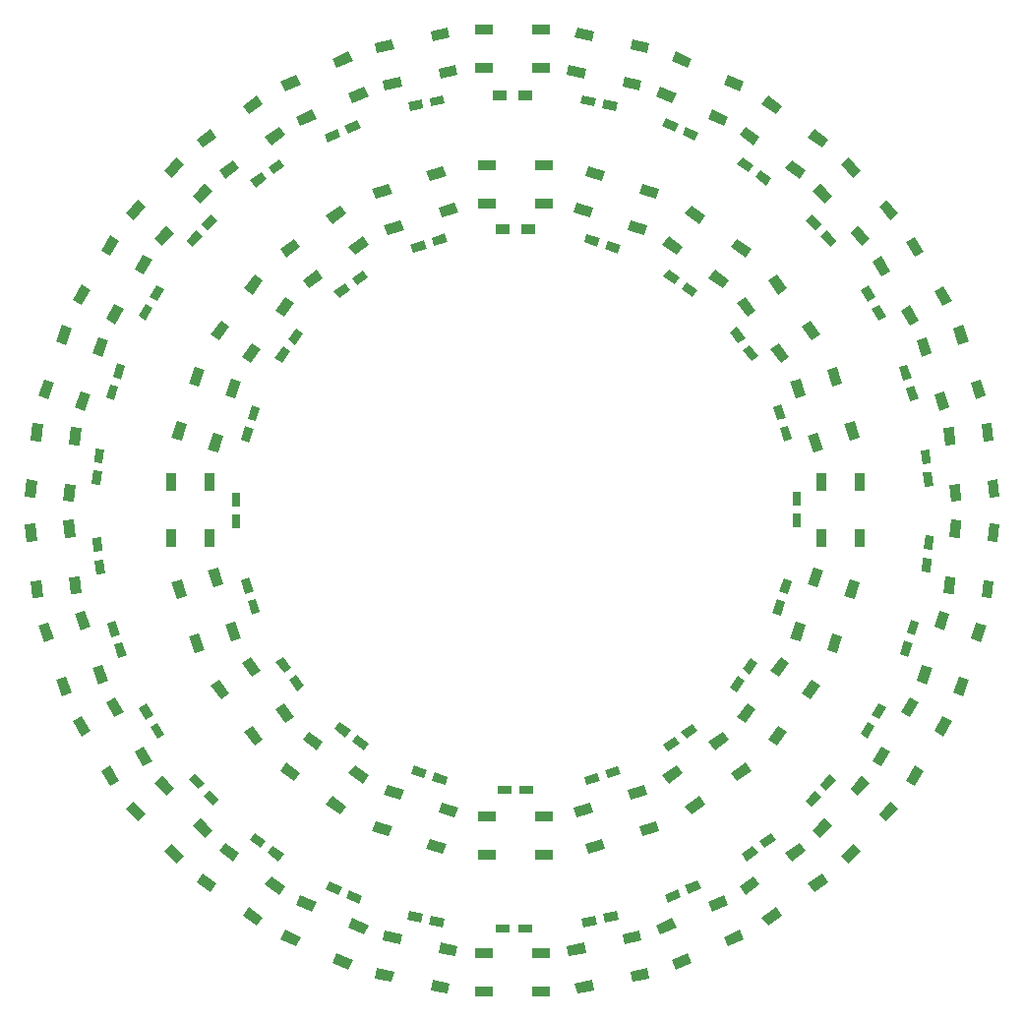
<source format=gtp>
G04 #@! TF.FileFunction,Paste,Top*
%FSLAX46Y46*%
G04 Gerber Fmt 4.6, Leading zero omitted, Abs format (unit mm)*
G04 Created by KiCad (PCBNEW 4.0.1-stable) date 1/15/2016 5:52:31 PM*
%MOMM*%
G01*
G04 APERTURE LIST*
%ADD10C,0.100000*%
%ADD11R,1.200000X0.750000*%
%ADD12R,1.200000X0.900000*%
%ADD13R,1.500000X0.900000*%
%ADD14R,0.750000X1.200000*%
%ADD15R,0.900000X1.500000*%
G04 APERTURE END LIST*
D10*
G36*
X171878473Y-118607201D02*
X172435832Y-119109049D01*
X171632875Y-120000823D01*
X171075516Y-119498975D01*
X171878473Y-118607201D01*
X171878473Y-118607201D01*
G37*
G36*
X170607125Y-120019177D02*
X171164484Y-120521025D01*
X170361527Y-121412799D01*
X169804168Y-120910951D01*
X170607125Y-120019177D01*
X170607125Y-120019177D01*
G37*
G36*
X150475905Y-60874542D02*
X150631838Y-60140932D01*
X151805615Y-60390426D01*
X151649682Y-61124036D01*
X150475905Y-60874542D01*
X150475905Y-60874542D01*
G37*
G36*
X152334385Y-61269574D02*
X152490318Y-60535964D01*
X153664095Y-60785458D01*
X153508162Y-61519068D01*
X152334385Y-61269574D01*
X152334385Y-61269574D01*
G37*
G36*
X157481478Y-62782138D02*
X157786531Y-62096978D01*
X158882786Y-62585062D01*
X158577733Y-63270222D01*
X157481478Y-62782138D01*
X157481478Y-62782138D01*
G37*
G36*
X159217214Y-63554938D02*
X159522267Y-62869778D01*
X160618522Y-63357862D01*
X160313469Y-64043022D01*
X159217214Y-63554938D01*
X159217214Y-63554938D01*
G37*
G36*
X163945604Y-66092314D02*
X164386443Y-65485551D01*
X165357264Y-66190894D01*
X164916425Y-66797657D01*
X163945604Y-66092314D01*
X163945604Y-66092314D01*
G37*
G36*
X165482736Y-67209106D02*
X165923575Y-66602343D01*
X166894396Y-67307686D01*
X166453557Y-67914449D01*
X165482736Y-67209106D01*
X165482736Y-67209106D01*
G37*
G36*
X169864168Y-70889049D02*
X170421527Y-70387201D01*
X171224484Y-71278975D01*
X170667125Y-71780823D01*
X169864168Y-70889049D01*
X169864168Y-70889049D01*
G37*
G36*
X171135516Y-72301025D02*
X171692875Y-71799177D01*
X172495832Y-72690951D01*
X171938473Y-73192799D01*
X171135516Y-72301025D01*
X171135516Y-72301025D01*
G37*
G36*
X174590240Y-76895161D02*
X175239760Y-76520161D01*
X175839760Y-77559391D01*
X175190240Y-77934391D01*
X174590240Y-76895161D01*
X174590240Y-76895161D01*
G37*
G36*
X175540240Y-78540609D02*
X176189760Y-78165609D01*
X176789760Y-79204839D01*
X176140240Y-79579839D01*
X175540240Y-78540609D01*
X175540240Y-78540609D01*
G37*
G36*
X177884378Y-83561743D02*
X178597670Y-83329981D01*
X178968490Y-84471249D01*
X178255198Y-84703011D01*
X177884378Y-83561743D01*
X177884378Y-83561743D01*
G37*
G36*
X178471510Y-85368751D02*
X179184802Y-85136989D01*
X179555622Y-86278257D01*
X178842330Y-86510019D01*
X178471510Y-85368751D01*
X178471510Y-85368751D01*
G37*
G36*
X179755035Y-90737689D02*
X180500927Y-90659293D01*
X180626361Y-91852719D01*
X179880469Y-91931115D01*
X179755035Y-90737689D01*
X179755035Y-90737689D01*
G37*
G36*
X179953639Y-92627281D02*
X180699531Y-92548885D01*
X180824965Y-93742311D01*
X180079073Y-93820707D01*
X179953639Y-92627281D01*
X179953639Y-92627281D01*
G37*
G36*
X180129073Y-98039293D02*
X180874965Y-98117689D01*
X180749531Y-99311115D01*
X180003639Y-99232719D01*
X180129073Y-98039293D01*
X180129073Y-98039293D01*
G37*
G36*
X179930469Y-99928885D02*
X180676361Y-100007281D01*
X180550927Y-101200707D01*
X179805035Y-101122311D01*
X179930469Y-99928885D01*
X179930469Y-99928885D01*
G37*
G36*
X178902330Y-105289981D02*
X179615622Y-105521743D01*
X179244802Y-106663011D01*
X178531510Y-106431249D01*
X178902330Y-105289981D01*
X178902330Y-105289981D01*
G37*
G36*
X178315198Y-107096989D02*
X179028490Y-107328751D01*
X178657670Y-108470019D01*
X177944378Y-108238257D01*
X178315198Y-107096989D01*
X178315198Y-107096989D01*
G37*
G36*
X176100240Y-112450161D02*
X176749760Y-112825161D01*
X176149760Y-113864391D01*
X175500240Y-113489391D01*
X176100240Y-112450161D01*
X176100240Y-112450161D01*
G37*
G36*
X175150240Y-114095609D02*
X175799760Y-114470609D01*
X175199760Y-115509839D01*
X174550240Y-115134839D01*
X175150240Y-114095609D01*
X175150240Y-114095609D01*
G37*
G36*
X166843557Y-123655551D02*
X167284396Y-124262314D01*
X166313575Y-124967657D01*
X165872736Y-124360894D01*
X166843557Y-123655551D01*
X166843557Y-123655551D01*
G37*
G36*
X165306425Y-124772343D02*
X165747264Y-125379106D01*
X164776443Y-126084449D01*
X164335604Y-125477686D01*
X165306425Y-124772343D01*
X165306425Y-124772343D01*
G37*
G36*
X160533469Y-127696978D02*
X160838522Y-128382138D01*
X159742267Y-128870222D01*
X159437214Y-128185062D01*
X160533469Y-127696978D01*
X160533469Y-127696978D01*
G37*
G36*
X158797733Y-128469778D02*
X159102786Y-129154938D01*
X158006531Y-129643022D01*
X157701478Y-128957862D01*
X158797733Y-128469778D01*
X158797733Y-128469778D01*
G37*
G36*
X153558162Y-130380932D02*
X153714095Y-131114542D01*
X152540318Y-131364036D01*
X152384385Y-130630426D01*
X153558162Y-130380932D01*
X153558162Y-130380932D01*
G37*
G36*
X151699682Y-130775964D02*
X151855615Y-131509574D01*
X150681838Y-131759068D01*
X150525905Y-131025458D01*
X151699682Y-130775964D01*
X151699682Y-130775964D01*
G37*
D11*
X145700000Y-131860000D03*
X143800000Y-131860000D03*
D10*
G36*
X138744095Y-131025458D02*
X138588162Y-131759068D01*
X137414385Y-131509574D01*
X137570318Y-130775964D01*
X138744095Y-131025458D01*
X138744095Y-131025458D01*
G37*
G36*
X136885615Y-130630426D02*
X136729682Y-131364036D01*
X135555905Y-131114542D01*
X135711838Y-130380932D01*
X136885615Y-130630426D01*
X136885615Y-130630426D01*
G37*
G36*
X131668522Y-129067862D02*
X131363469Y-129753022D01*
X130267214Y-129264938D01*
X130572267Y-128579778D01*
X131668522Y-129067862D01*
X131668522Y-129067862D01*
G37*
G36*
X129932786Y-128295062D02*
X129627733Y-128980222D01*
X128531478Y-128492138D01*
X128836531Y-127806978D01*
X129932786Y-128295062D01*
X129932786Y-128295062D01*
G37*
G36*
X124934396Y-125477686D02*
X124493557Y-126084449D01*
X123522736Y-125379106D01*
X123963575Y-124772343D01*
X124934396Y-125477686D01*
X124934396Y-125477686D01*
G37*
G36*
X123397264Y-124360894D02*
X122956425Y-124967657D01*
X121985604Y-124262314D01*
X122426443Y-123655551D01*
X123397264Y-124360894D01*
X123397264Y-124360894D01*
G37*
G36*
X119345832Y-120800951D02*
X118788473Y-121302799D01*
X117985516Y-120411025D01*
X118542875Y-119909177D01*
X119345832Y-120800951D01*
X119345832Y-120800951D01*
G37*
G36*
X118074484Y-119388975D02*
X117517125Y-119890823D01*
X116714168Y-118999049D01*
X117271527Y-118497201D01*
X118074484Y-119388975D01*
X118074484Y-119388975D01*
G37*
G36*
X114659760Y-115184839D02*
X114010240Y-115559839D01*
X113410240Y-114520609D01*
X114059760Y-114145609D01*
X114659760Y-115184839D01*
X114659760Y-115184839D01*
G37*
G36*
X113709760Y-113539391D02*
X113060240Y-113914391D01*
X112460240Y-112875161D01*
X113109760Y-112500161D01*
X113709760Y-113539391D01*
X113709760Y-113539391D01*
G37*
G36*
X111385622Y-108348257D02*
X110672330Y-108580019D01*
X110301510Y-107438751D01*
X111014802Y-107206989D01*
X111385622Y-108348257D01*
X111385622Y-108348257D01*
G37*
G36*
X110798490Y-106541249D02*
X110085198Y-106773011D01*
X109714378Y-105631743D01*
X110427670Y-105399981D01*
X110798490Y-106541249D01*
X110798490Y-106541249D01*
G37*
G36*
X109514965Y-101282311D02*
X108769073Y-101360707D01*
X108643639Y-100167281D01*
X109389531Y-100088885D01*
X109514965Y-101282311D01*
X109514965Y-101282311D01*
G37*
G36*
X109316361Y-99392719D02*
X108570469Y-99471115D01*
X108445035Y-98277689D01*
X109190927Y-98199293D01*
X109316361Y-99392719D01*
X109316361Y-99392719D01*
G37*
G36*
X109140927Y-93710707D02*
X108395035Y-93632311D01*
X108520469Y-92438885D01*
X109266361Y-92517281D01*
X109140927Y-93710707D01*
X109140927Y-93710707D01*
G37*
G36*
X109339531Y-91821115D02*
X108593639Y-91742719D01*
X108719073Y-90549293D01*
X109464965Y-90627689D01*
X109339531Y-91821115D01*
X109339531Y-91821115D01*
G37*
G36*
X110317670Y-86400019D02*
X109604378Y-86168257D01*
X109975198Y-85026989D01*
X110688490Y-85258751D01*
X110317670Y-86400019D01*
X110317670Y-86400019D01*
G37*
G36*
X110904802Y-84593011D02*
X110191510Y-84361249D01*
X110562330Y-83219981D01*
X111275622Y-83451743D01*
X110904802Y-84593011D01*
X110904802Y-84593011D01*
G37*
G36*
X113059760Y-79519839D02*
X112410240Y-79144839D01*
X113010240Y-78105609D01*
X113659760Y-78480609D01*
X113059760Y-79519839D01*
X113059760Y-79519839D01*
G37*
G36*
X114009760Y-77874391D02*
X113360240Y-77499391D01*
X113960240Y-76460161D01*
X114609760Y-76835161D01*
X114009760Y-77874391D01*
X114009760Y-77874391D01*
G37*
G36*
X117111527Y-73192799D02*
X116554168Y-72690951D01*
X117357125Y-71799177D01*
X117914484Y-72301025D01*
X117111527Y-73192799D01*
X117111527Y-73192799D01*
G37*
G36*
X118382875Y-71780823D02*
X117825516Y-71278975D01*
X118628473Y-70387201D01*
X119185832Y-70889049D01*
X118382875Y-71780823D01*
X118382875Y-71780823D01*
G37*
G36*
X122476443Y-68084449D02*
X122035604Y-67477686D01*
X123006425Y-66772343D01*
X123447264Y-67379106D01*
X122476443Y-68084449D01*
X122476443Y-68084449D01*
G37*
G36*
X124013575Y-66967657D02*
X123572736Y-66360894D01*
X124543557Y-65655551D01*
X124984396Y-66262314D01*
X124013575Y-66967657D01*
X124013575Y-66967657D01*
G37*
G36*
X128726531Y-64213022D02*
X128421478Y-63527862D01*
X129517733Y-63039778D01*
X129822786Y-63724938D01*
X128726531Y-64213022D01*
X128726531Y-64213022D01*
G37*
G36*
X130462267Y-63440222D02*
X130157214Y-62755062D01*
X131253469Y-62266978D01*
X131558522Y-62952138D01*
X130462267Y-63440222D01*
X130462267Y-63440222D01*
G37*
G36*
X135761838Y-61519068D02*
X135605905Y-60785458D01*
X136779682Y-60535964D01*
X136935615Y-61269574D01*
X135761838Y-61519068D01*
X135761838Y-61519068D01*
G37*
G36*
X137620318Y-61124036D02*
X137464385Y-60390426D01*
X138638162Y-60140932D01*
X138794095Y-60874542D01*
X137620318Y-61124036D01*
X137620318Y-61124036D01*
G37*
D12*
X143480000Y-60160000D03*
X145680000Y-60160000D03*
D10*
G36*
X137743357Y-55502773D02*
X137556236Y-54622440D01*
X139023457Y-54310573D01*
X139210578Y-55190906D01*
X137743357Y-55502773D01*
X137743357Y-55502773D01*
G37*
G36*
X138429466Y-58730660D02*
X138242345Y-57850327D01*
X139709566Y-57538460D01*
X139896687Y-58418793D01*
X138429466Y-58730660D01*
X138429466Y-58730660D01*
G37*
G36*
X132950434Y-56521540D02*
X132763313Y-55641207D01*
X134230534Y-55329340D01*
X134417655Y-56209673D01*
X132950434Y-56521540D01*
X132950434Y-56521540D01*
G37*
G36*
X133636543Y-59749427D02*
X133449422Y-58869094D01*
X134916643Y-58557227D01*
X135103764Y-59437560D01*
X133636543Y-59749427D01*
X133636543Y-59749427D01*
G37*
G36*
X129494943Y-57812293D02*
X129128880Y-56990102D01*
X130499199Y-56379997D01*
X130865262Y-57202188D01*
X129494943Y-57812293D01*
X129494943Y-57812293D01*
G37*
G36*
X130837174Y-60826993D02*
X130471111Y-60004802D01*
X131841430Y-59394697D01*
X132207493Y-60216888D01*
X130837174Y-60826993D01*
X130837174Y-60826993D01*
G37*
G36*
X125018570Y-59805303D02*
X124652507Y-58983112D01*
X126022826Y-58373007D01*
X126388889Y-59195198D01*
X125018570Y-59805303D01*
X125018570Y-59805303D01*
G37*
G36*
X126360801Y-62820003D02*
X125994738Y-61997812D01*
X127365057Y-61387707D01*
X127731120Y-62209898D01*
X126360801Y-62820003D01*
X126360801Y-62820003D01*
G37*
G36*
X121899987Y-61779945D02*
X121370980Y-61051829D01*
X122584505Y-60170151D01*
X123113512Y-60898267D01*
X121899987Y-61779945D01*
X121899987Y-61779945D01*
G37*
G36*
X123839678Y-64449701D02*
X123310671Y-63721585D01*
X124524196Y-62839907D01*
X125053203Y-63568023D01*
X123839678Y-64449701D01*
X123839678Y-64449701D01*
G37*
G36*
X117935804Y-64660093D02*
X117406797Y-63931977D01*
X118620322Y-63050299D01*
X119149329Y-63778415D01*
X117935804Y-64660093D01*
X117935804Y-64660093D01*
G37*
G36*
X119875495Y-67329849D02*
X119346488Y-66601733D01*
X120560013Y-65720055D01*
X121089020Y-66448171D01*
X119875495Y-67329849D01*
X119875495Y-67329849D01*
G37*
G36*
X115305748Y-67243697D02*
X114636918Y-66641480D01*
X115640614Y-65526763D01*
X116309444Y-66128980D01*
X115305748Y-67243697D01*
X115305748Y-67243697D01*
G37*
G36*
X117758126Y-69451828D02*
X117089296Y-68849611D01*
X118092992Y-67734894D01*
X118761822Y-68337111D01*
X117758126Y-69451828D01*
X117758126Y-69451828D01*
G37*
G36*
X112027008Y-70885106D02*
X111358178Y-70282889D01*
X112361874Y-69168172D01*
X113030704Y-69770389D01*
X112027008Y-70885106D01*
X112027008Y-70885106D01*
G37*
G36*
X114479386Y-73093237D02*
X113810556Y-72491020D01*
X114814252Y-71376303D01*
X115483082Y-71978520D01*
X114479386Y-73093237D01*
X114479386Y-73093237D01*
G37*
G36*
X109980769Y-73957757D02*
X109201347Y-73507757D01*
X109951347Y-72208719D01*
X110730769Y-72658719D01*
X109980769Y-73957757D01*
X109980769Y-73957757D01*
G37*
G36*
X112838653Y-75607757D02*
X112059231Y-75157757D01*
X112809231Y-73858719D01*
X113588653Y-74308719D01*
X112838653Y-75607757D01*
X112838653Y-75607757D01*
G37*
G36*
X107530769Y-78201281D02*
X106751347Y-77751281D01*
X107501347Y-76452243D01*
X108280769Y-76902243D01*
X107530769Y-78201281D01*
X107530769Y-78201281D01*
G37*
G36*
X110388653Y-79851281D02*
X109609231Y-79401281D01*
X110359231Y-78102243D01*
X111138653Y-78552243D01*
X110388653Y-79851281D01*
X110388653Y-79851281D01*
G37*
G36*
X106184061Y-81632383D02*
X105328110Y-81354268D01*
X105791635Y-79927683D01*
X106647586Y-80205798D01*
X106184061Y-81632383D01*
X106184061Y-81632383D01*
G37*
G36*
X109322548Y-82652140D02*
X108466597Y-82374025D01*
X108930122Y-80947440D01*
X109786073Y-81225555D01*
X109322548Y-82652140D01*
X109322548Y-82652140D01*
G37*
G36*
X104669878Y-86292560D02*
X103813927Y-86014445D01*
X104277452Y-84587860D01*
X105133403Y-84865975D01*
X104669878Y-86292560D01*
X104669878Y-86292560D01*
G37*
G36*
X107808365Y-87312317D02*
X106952414Y-87034202D01*
X107415939Y-85607617D01*
X108271890Y-85885732D01*
X107808365Y-87312317D01*
X107808365Y-87312317D01*
G37*
G36*
X104054273Y-89933878D02*
X103159203Y-89839803D01*
X103315995Y-88348020D01*
X104211065Y-88442095D01*
X104054273Y-89933878D01*
X104054273Y-89933878D01*
G37*
G36*
X107336195Y-90278822D02*
X106441125Y-90184747D01*
X106597917Y-88692964D01*
X107492987Y-88787039D01*
X107336195Y-90278822D01*
X107336195Y-90278822D01*
G37*
G36*
X103542083Y-94807036D02*
X102647013Y-94712961D01*
X102803805Y-93221178D01*
X103698875Y-93315253D01*
X103542083Y-94807036D01*
X103542083Y-94807036D01*
G37*
G36*
X106824005Y-95151980D02*
X105928935Y-95057905D01*
X106085727Y-93566122D01*
X106980797Y-93660197D01*
X106824005Y-95151980D01*
X106824005Y-95151980D01*
G37*
G36*
X103698875Y-98484747D02*
X102803805Y-98578822D01*
X102647013Y-97087039D01*
X103542083Y-96992964D01*
X103698875Y-98484747D01*
X103698875Y-98484747D01*
G37*
G36*
X106980797Y-98139803D02*
X106085727Y-98233878D01*
X105928935Y-96742095D01*
X106824005Y-96648020D01*
X106980797Y-98139803D01*
X106980797Y-98139803D01*
G37*
G36*
X104211065Y-103357905D02*
X103315995Y-103451980D01*
X103159203Y-101960197D01*
X104054273Y-101866122D01*
X104211065Y-103357905D01*
X104211065Y-103357905D01*
G37*
G36*
X107492987Y-103012961D02*
X106597917Y-103107036D01*
X106441125Y-101615253D01*
X107336195Y-101521178D01*
X107492987Y-103012961D01*
X107492987Y-103012961D01*
G37*
G36*
X105133403Y-106934025D02*
X104277452Y-107212140D01*
X103813927Y-105785555D01*
X104669878Y-105507440D01*
X105133403Y-106934025D01*
X105133403Y-106934025D01*
G37*
G36*
X108271890Y-105914268D02*
X107415939Y-106192383D01*
X106952414Y-104765798D01*
X107808365Y-104487683D01*
X108271890Y-105914268D01*
X108271890Y-105914268D01*
G37*
G36*
X106647586Y-111594202D02*
X105791635Y-111872317D01*
X105328110Y-110445732D01*
X106184061Y-110167617D01*
X106647586Y-111594202D01*
X106647586Y-111594202D01*
G37*
G36*
X109786073Y-110574445D02*
X108930122Y-110852560D01*
X108466597Y-109425975D01*
X109322548Y-109147860D01*
X109786073Y-110574445D01*
X109786073Y-110574445D01*
G37*
G36*
X108280769Y-114897757D02*
X107501347Y-115347757D01*
X106751347Y-114048719D01*
X107530769Y-113598719D01*
X108280769Y-114897757D01*
X108280769Y-114897757D01*
G37*
G36*
X111138653Y-113247757D02*
X110359231Y-113697757D01*
X109609231Y-112398719D01*
X110388653Y-111948719D01*
X111138653Y-113247757D01*
X111138653Y-113247757D01*
G37*
G36*
X110730769Y-119141281D02*
X109951347Y-119591281D01*
X109201347Y-118292243D01*
X109980769Y-117842243D01*
X110730769Y-119141281D01*
X110730769Y-119141281D01*
G37*
G36*
X113588653Y-117491281D02*
X112809231Y-117941281D01*
X112059231Y-116642243D01*
X112838653Y-116192243D01*
X113588653Y-117491281D01*
X113588653Y-117491281D01*
G37*
G36*
X113030704Y-122029611D02*
X112361874Y-122631828D01*
X111358178Y-121517111D01*
X112027008Y-120914894D01*
X113030704Y-122029611D01*
X113030704Y-122029611D01*
G37*
G36*
X115483082Y-119821480D02*
X114814252Y-120423697D01*
X113810556Y-119308980D01*
X114479386Y-118706763D01*
X115483082Y-119821480D01*
X115483082Y-119821480D01*
G37*
G36*
X116309444Y-125671020D02*
X115640614Y-126273237D01*
X114636918Y-125158520D01*
X115305748Y-124556303D01*
X116309444Y-125671020D01*
X116309444Y-125671020D01*
G37*
G36*
X118761822Y-123462889D02*
X118092992Y-124065106D01*
X117089296Y-122950389D01*
X117758126Y-122348172D01*
X118761822Y-123462889D01*
X118761822Y-123462889D01*
G37*
G36*
X119149329Y-128021585D02*
X118620322Y-128749701D01*
X117406797Y-127868023D01*
X117935804Y-127139907D01*
X119149329Y-128021585D01*
X119149329Y-128021585D01*
G37*
G36*
X121089020Y-125351829D02*
X120560013Y-126079945D01*
X119346488Y-125198267D01*
X119875495Y-124470151D01*
X121089020Y-125351829D01*
X121089020Y-125351829D01*
G37*
G36*
X123113512Y-130901733D02*
X122584505Y-131629849D01*
X121370980Y-130748171D01*
X121899987Y-130020055D01*
X123113512Y-130901733D01*
X123113512Y-130901733D01*
G37*
G36*
X125053203Y-128231977D02*
X124524196Y-128960093D01*
X123310671Y-128078415D01*
X123839678Y-127350299D01*
X125053203Y-128231977D01*
X125053203Y-128231977D01*
G37*
G36*
X126388889Y-132604802D02*
X126022826Y-133426993D01*
X124652507Y-132816888D01*
X125018570Y-131994697D01*
X126388889Y-132604802D01*
X126388889Y-132604802D01*
G37*
G36*
X127731120Y-129590102D02*
X127365057Y-130412293D01*
X125994738Y-129802188D01*
X126360801Y-128979997D01*
X127731120Y-129590102D01*
X127731120Y-129590102D01*
G37*
G36*
X130865262Y-134597812D02*
X130499199Y-135420003D01*
X129128880Y-134809898D01*
X129494943Y-133987707D01*
X130865262Y-134597812D01*
X130865262Y-134597812D01*
G37*
G36*
X132207493Y-131583112D02*
X131841430Y-132405303D01*
X130471111Y-131795198D01*
X130837174Y-130973007D01*
X132207493Y-131583112D01*
X132207493Y-131583112D01*
G37*
G36*
X134417655Y-135590327D02*
X134230534Y-136470660D01*
X132763313Y-136158793D01*
X132950434Y-135278460D01*
X134417655Y-135590327D01*
X134417655Y-135590327D01*
G37*
G36*
X135103764Y-132362440D02*
X134916643Y-133242773D01*
X133449422Y-132930906D01*
X133636543Y-132050573D01*
X135103764Y-132362440D01*
X135103764Y-132362440D01*
G37*
G36*
X139210578Y-136609094D02*
X139023457Y-137489427D01*
X137556236Y-137177560D01*
X137743357Y-136297227D01*
X139210578Y-136609094D01*
X139210578Y-136609094D01*
G37*
G36*
X139896687Y-133381207D02*
X139709566Y-134261540D01*
X138242345Y-133949673D01*
X138429466Y-133069340D01*
X139896687Y-133381207D01*
X139896687Y-133381207D01*
G37*
D13*
X142140000Y-137290000D03*
X142140000Y-133990000D03*
X147040000Y-137290000D03*
X147040000Y-133990000D03*
D10*
G36*
X151436643Y-136297227D02*
X151623764Y-137177560D01*
X150156543Y-137489427D01*
X149969422Y-136609094D01*
X151436643Y-136297227D01*
X151436643Y-136297227D01*
G37*
G36*
X150750534Y-133069340D02*
X150937655Y-133949673D01*
X149470434Y-134261540D01*
X149283313Y-133381207D01*
X150750534Y-133069340D01*
X150750534Y-133069340D01*
G37*
G36*
X156229566Y-135278460D02*
X156416687Y-136158793D01*
X154949466Y-136470660D01*
X154762345Y-135590327D01*
X156229566Y-135278460D01*
X156229566Y-135278460D01*
G37*
G36*
X155543457Y-132050573D02*
X155730578Y-132930906D01*
X154263357Y-133242773D01*
X154076236Y-132362440D01*
X155543457Y-132050573D01*
X155543457Y-132050573D01*
G37*
G36*
X159685057Y-133987707D02*
X160051120Y-134809898D01*
X158680801Y-135420003D01*
X158314738Y-134597812D01*
X159685057Y-133987707D01*
X159685057Y-133987707D01*
G37*
G36*
X158342826Y-130973007D02*
X158708889Y-131795198D01*
X157338570Y-132405303D01*
X156972507Y-131583112D01*
X158342826Y-130973007D01*
X158342826Y-130973007D01*
G37*
G36*
X164161430Y-131994697D02*
X164527493Y-132816888D01*
X163157174Y-133426993D01*
X162791111Y-132604802D01*
X164161430Y-131994697D01*
X164161430Y-131994697D01*
G37*
G36*
X162819199Y-128979997D02*
X163185262Y-129802188D01*
X161814943Y-130412293D01*
X161448880Y-129590102D01*
X162819199Y-128979997D01*
X162819199Y-128979997D01*
G37*
G36*
X173874252Y-124556303D02*
X174543082Y-125158520D01*
X173539386Y-126273237D01*
X172870556Y-125671020D01*
X173874252Y-124556303D01*
X173874252Y-124556303D01*
G37*
G36*
X171421874Y-122348172D02*
X172090704Y-122950389D01*
X171087008Y-124065106D01*
X170418178Y-123462889D01*
X171421874Y-122348172D01*
X171421874Y-122348172D01*
G37*
G36*
X177152992Y-120914894D02*
X177821822Y-121517111D01*
X176818126Y-122631828D01*
X176149296Y-122029611D01*
X177152992Y-120914894D01*
X177152992Y-120914894D01*
G37*
G36*
X174700614Y-118706763D02*
X175369444Y-119308980D01*
X174365748Y-120423697D01*
X173696918Y-119821480D01*
X174700614Y-118706763D01*
X174700614Y-118706763D01*
G37*
G36*
X179199231Y-117842243D02*
X179978653Y-118292243D01*
X179228653Y-119591281D01*
X178449231Y-119141281D01*
X179199231Y-117842243D01*
X179199231Y-117842243D01*
G37*
G36*
X176341347Y-116192243D02*
X177120769Y-116642243D01*
X176370769Y-117941281D01*
X175591347Y-117491281D01*
X176341347Y-116192243D01*
X176341347Y-116192243D01*
G37*
G36*
X181649231Y-113598719D02*
X182428653Y-114048719D01*
X181678653Y-115347757D01*
X180899231Y-114897757D01*
X181649231Y-113598719D01*
X181649231Y-113598719D01*
G37*
G36*
X178791347Y-111948719D02*
X179570769Y-112398719D01*
X178820769Y-113697757D01*
X178041347Y-113247757D01*
X178791347Y-111948719D01*
X178791347Y-111948719D01*
G37*
G36*
X183005939Y-110167617D02*
X183861890Y-110445732D01*
X183398365Y-111872317D01*
X182542414Y-111594202D01*
X183005939Y-110167617D01*
X183005939Y-110167617D01*
G37*
G36*
X179867452Y-109147860D02*
X180723403Y-109425975D01*
X180259878Y-110852560D01*
X179403927Y-110574445D01*
X179867452Y-109147860D01*
X179867452Y-109147860D01*
G37*
G36*
X184520122Y-105507440D02*
X185376073Y-105785555D01*
X184912548Y-107212140D01*
X184056597Y-106934025D01*
X184520122Y-105507440D01*
X184520122Y-105507440D01*
G37*
G36*
X181381635Y-104487683D02*
X182237586Y-104765798D01*
X181774061Y-106192383D01*
X180918110Y-105914268D01*
X181381635Y-104487683D01*
X181381635Y-104487683D01*
G37*
G36*
X185125727Y-101866122D02*
X186020797Y-101960197D01*
X185864005Y-103451980D01*
X184968935Y-103357905D01*
X185125727Y-101866122D01*
X185125727Y-101866122D01*
G37*
G36*
X181843805Y-101521178D02*
X182738875Y-101615253D01*
X182582083Y-103107036D01*
X181687013Y-103012961D01*
X181843805Y-101521178D01*
X181843805Y-101521178D01*
G37*
G36*
X185637917Y-96992964D02*
X186532987Y-97087039D01*
X186376195Y-98578822D01*
X185481125Y-98484747D01*
X185637917Y-96992964D01*
X185637917Y-96992964D01*
G37*
G36*
X182355995Y-96648020D02*
X183251065Y-96742095D01*
X183094273Y-98233878D01*
X182199203Y-98139803D01*
X182355995Y-96648020D01*
X182355995Y-96648020D01*
G37*
G36*
X185481125Y-93315253D02*
X186376195Y-93221178D01*
X186532987Y-94712961D01*
X185637917Y-94807036D01*
X185481125Y-93315253D01*
X185481125Y-93315253D01*
G37*
G36*
X182199203Y-93660197D02*
X183094273Y-93566122D01*
X183251065Y-95057905D01*
X182355995Y-95151980D01*
X182199203Y-93660197D01*
X182199203Y-93660197D01*
G37*
G36*
X184968935Y-88442095D02*
X185864005Y-88348020D01*
X186020797Y-89839803D01*
X185125727Y-89933878D01*
X184968935Y-88442095D01*
X184968935Y-88442095D01*
G37*
G36*
X181687013Y-88787039D02*
X182582083Y-88692964D01*
X182738875Y-90184747D01*
X181843805Y-90278822D01*
X181687013Y-88787039D01*
X181687013Y-88787039D01*
G37*
G36*
X184046597Y-84865975D02*
X184902548Y-84587860D01*
X185366073Y-86014445D01*
X184510122Y-86292560D01*
X184046597Y-84865975D01*
X184046597Y-84865975D01*
G37*
G36*
X180908110Y-85885732D02*
X181764061Y-85607617D01*
X182227586Y-87034202D01*
X181371635Y-87312317D01*
X180908110Y-85885732D01*
X180908110Y-85885732D01*
G37*
G36*
X182532414Y-80205798D02*
X183388365Y-79927683D01*
X183851890Y-81354268D01*
X182995939Y-81632383D01*
X182532414Y-80205798D01*
X182532414Y-80205798D01*
G37*
G36*
X179393927Y-81225555D02*
X180249878Y-80947440D01*
X180713403Y-82374025D01*
X179857452Y-82652140D01*
X179393927Y-81225555D01*
X179393927Y-81225555D01*
G37*
G36*
X176149296Y-69770389D02*
X176818126Y-69168172D01*
X177821822Y-70282889D01*
X177152992Y-70885106D01*
X176149296Y-69770389D01*
X176149296Y-69770389D01*
G37*
G36*
X173696918Y-71978520D02*
X174365748Y-71376303D01*
X175369444Y-72491020D01*
X174700614Y-73093237D01*
X173696918Y-71978520D01*
X173696918Y-71978520D01*
G37*
G36*
X172870556Y-66128980D02*
X173539386Y-65526763D01*
X174543082Y-66641480D01*
X173874252Y-67243697D01*
X172870556Y-66128980D01*
X172870556Y-66128980D01*
G37*
G36*
X170418178Y-68337111D02*
X171087008Y-67734894D01*
X172090704Y-68849611D01*
X171421874Y-69451828D01*
X170418178Y-68337111D01*
X170418178Y-68337111D01*
G37*
G36*
X170030671Y-63778415D02*
X170559678Y-63050299D01*
X171773203Y-63931977D01*
X171244196Y-64660093D01*
X170030671Y-63778415D01*
X170030671Y-63778415D01*
G37*
G36*
X168090980Y-66448171D02*
X168619987Y-65720055D01*
X169833512Y-66601733D01*
X169304505Y-67329849D01*
X168090980Y-66448171D01*
X168090980Y-66448171D01*
G37*
G36*
X166066488Y-60898267D02*
X166595495Y-60170151D01*
X167809020Y-61051829D01*
X167280013Y-61779945D01*
X166066488Y-60898267D01*
X166066488Y-60898267D01*
G37*
G36*
X164126797Y-63568023D02*
X164655804Y-62839907D01*
X165869329Y-63721585D01*
X165340322Y-64449701D01*
X164126797Y-63568023D01*
X164126797Y-63568023D01*
G37*
G36*
X162791111Y-59195198D02*
X163157174Y-58373007D01*
X164527493Y-58983112D01*
X164161430Y-59805303D01*
X162791111Y-59195198D01*
X162791111Y-59195198D01*
G37*
G36*
X161448880Y-62209898D02*
X161814943Y-61387707D01*
X163185262Y-61997812D01*
X162819199Y-62820003D01*
X161448880Y-62209898D01*
X161448880Y-62209898D01*
G37*
G36*
X158314738Y-57202188D02*
X158680801Y-56379997D01*
X160051120Y-56990102D01*
X159685057Y-57812293D01*
X158314738Y-57202188D01*
X158314738Y-57202188D01*
G37*
G36*
X156972507Y-60216888D02*
X157338570Y-59394697D01*
X158708889Y-60004802D01*
X158342826Y-60826993D01*
X156972507Y-60216888D01*
X156972507Y-60216888D01*
G37*
G36*
X154762345Y-56209673D02*
X154949466Y-55329340D01*
X156416687Y-55641207D01*
X156229566Y-56521540D01*
X154762345Y-56209673D01*
X154762345Y-56209673D01*
G37*
G36*
X154076236Y-59437560D02*
X154263357Y-58557227D01*
X155730578Y-58869094D01*
X155543457Y-59749427D01*
X154076236Y-59437560D01*
X154076236Y-59437560D01*
G37*
G36*
X149969422Y-55190906D02*
X150156543Y-54310573D01*
X151623764Y-54622440D01*
X151436643Y-55502773D01*
X149969422Y-55190906D01*
X149969422Y-55190906D01*
G37*
G36*
X149283313Y-58418793D02*
X149470434Y-57538460D01*
X150937655Y-57850327D01*
X150750534Y-58730660D01*
X149283313Y-58418793D01*
X149283313Y-58418793D01*
G37*
G36*
X167280013Y-130020055D02*
X167809020Y-130748171D01*
X166595495Y-131629849D01*
X166066488Y-130901733D01*
X167280013Y-130020055D01*
X167280013Y-130020055D01*
G37*
G36*
X165340322Y-127350299D02*
X165869329Y-128078415D01*
X164655804Y-128960093D01*
X164126797Y-128231977D01*
X165340322Y-127350299D01*
X165340322Y-127350299D01*
G37*
G36*
X171244196Y-127139907D02*
X171773203Y-127868023D01*
X170559678Y-128749701D01*
X170030671Y-128021585D01*
X171244196Y-127139907D01*
X171244196Y-127139907D01*
G37*
G36*
X169304505Y-124470151D02*
X169833512Y-125198267D01*
X168619987Y-126079945D01*
X168090980Y-125351829D01*
X169304505Y-124470151D01*
X169304505Y-124470151D01*
G37*
G36*
X180899231Y-77022243D02*
X181678653Y-76572243D01*
X182428653Y-77871281D01*
X181649231Y-78321281D01*
X180899231Y-77022243D01*
X180899231Y-77022243D01*
G37*
G36*
X178041347Y-78672243D02*
X178820769Y-78222243D01*
X179570769Y-79521281D01*
X178791347Y-79971281D01*
X178041347Y-78672243D01*
X178041347Y-78672243D01*
G37*
G36*
X178449231Y-72778719D02*
X179228653Y-72328719D01*
X179978653Y-73627757D01*
X179199231Y-74077757D01*
X178449231Y-72778719D01*
X178449231Y-72778719D01*
G37*
G36*
X175591347Y-74428719D02*
X176370769Y-73978719D01*
X177120769Y-75277757D01*
X176341347Y-75727757D01*
X175591347Y-74428719D01*
X175591347Y-74428719D01*
G37*
D13*
X147040000Y-54510000D03*
X147040000Y-57810000D03*
X142140000Y-54510000D03*
X142140000Y-57810000D03*
D10*
G36*
X150749981Y-72807670D02*
X150981743Y-72094378D01*
X152123011Y-72465198D01*
X151891249Y-73178490D01*
X150749981Y-72807670D01*
X150749981Y-72807670D01*
G37*
G36*
X152556989Y-73394802D02*
X152788751Y-72681510D01*
X153930019Y-73052330D01*
X153698257Y-73765622D01*
X152556989Y-73394802D01*
X152556989Y-73394802D01*
G37*
G36*
X157595604Y-75732314D02*
X158036443Y-75125551D01*
X159007264Y-75830894D01*
X158566425Y-76437657D01*
X157595604Y-75732314D01*
X157595604Y-75732314D01*
G37*
G36*
X159132736Y-76849106D02*
X159573575Y-76242343D01*
X160544396Y-76947686D01*
X160103557Y-77554449D01*
X159132736Y-76849106D01*
X159132736Y-76849106D01*
G37*
G36*
X163325551Y-80536443D02*
X163932314Y-80095604D01*
X164637657Y-81066425D01*
X164030894Y-81507264D01*
X163325551Y-80536443D01*
X163325551Y-80536443D01*
G37*
G36*
X164442343Y-82073575D02*
X165049106Y-81632736D01*
X165754449Y-82603557D01*
X165147686Y-83044396D01*
X164442343Y-82073575D01*
X164442343Y-82073575D01*
G37*
G36*
X167024378Y-86991743D02*
X167737670Y-86759981D01*
X168108490Y-87901249D01*
X167395198Y-88133011D01*
X167024378Y-86991743D01*
X167024378Y-86991743D01*
G37*
G36*
X167611510Y-88798751D02*
X168324802Y-88566989D01*
X168695622Y-89708257D01*
X167982330Y-89940019D01*
X167611510Y-88798751D01*
X167611510Y-88798751D01*
G37*
D14*
X169040000Y-94870000D03*
X169040000Y-96770000D03*
D10*
G36*
X167942330Y-101729981D02*
X168655622Y-101961743D01*
X168284802Y-103103011D01*
X167571510Y-102871249D01*
X167942330Y-101729981D01*
X167942330Y-101729981D01*
G37*
G36*
X167355198Y-103536989D02*
X168068490Y-103768751D01*
X167697670Y-104910019D01*
X166984378Y-104678257D01*
X167355198Y-103536989D01*
X167355198Y-103536989D01*
G37*
G36*
X165117686Y-108585604D02*
X165724449Y-109026443D01*
X165019106Y-109997264D01*
X164412343Y-109556425D01*
X165117686Y-108585604D01*
X165117686Y-108585604D01*
G37*
G36*
X164000894Y-110122736D02*
X164607657Y-110563575D01*
X163902314Y-111534396D01*
X163295551Y-111093557D01*
X164000894Y-110122736D01*
X164000894Y-110122736D01*
G37*
G36*
X160093557Y-114225551D02*
X160534396Y-114832314D01*
X159563575Y-115537657D01*
X159122736Y-114930894D01*
X160093557Y-114225551D01*
X160093557Y-114225551D01*
G37*
G36*
X158556425Y-115342343D02*
X158997264Y-115949106D01*
X158026443Y-116654449D01*
X157585604Y-116047686D01*
X158556425Y-115342343D01*
X158556425Y-115342343D01*
G37*
G36*
X153708257Y-117874378D02*
X153940019Y-118587670D01*
X152798751Y-118958490D01*
X152566989Y-118245198D01*
X153708257Y-117874378D01*
X153708257Y-117874378D01*
G37*
G36*
X151901249Y-118461510D02*
X152133011Y-119174802D01*
X150991743Y-119545622D01*
X150759981Y-118832330D01*
X151901249Y-118461510D01*
X151901249Y-118461510D01*
G37*
D11*
X145830000Y-119930000D03*
X143930000Y-119930000D03*
D10*
G36*
X139050019Y-118802330D02*
X138818257Y-119515622D01*
X137676989Y-119144802D01*
X137908751Y-118431510D01*
X139050019Y-118802330D01*
X139050019Y-118802330D01*
G37*
G36*
X137243011Y-118215198D02*
X137011249Y-118928490D01*
X135869981Y-118557670D01*
X136101743Y-117844378D01*
X137243011Y-118215198D01*
X137243011Y-118215198D01*
G37*
G36*
X132224396Y-115927686D02*
X131783557Y-116534449D01*
X130812736Y-115829106D01*
X131253575Y-115222343D01*
X132224396Y-115927686D01*
X132224396Y-115927686D01*
G37*
G36*
X130687264Y-114810894D02*
X130246425Y-115417657D01*
X129275604Y-114712314D01*
X129716443Y-114105551D01*
X130687264Y-114810894D01*
X130687264Y-114810894D01*
G37*
G36*
X126674449Y-110993557D02*
X126067686Y-111434396D01*
X125362343Y-110463575D01*
X125969106Y-110022736D01*
X126674449Y-110993557D01*
X126674449Y-110993557D01*
G37*
G36*
X125557657Y-109456425D02*
X124950894Y-109897264D01*
X124245551Y-108926443D01*
X124852314Y-108485604D01*
X125557657Y-109456425D01*
X125557657Y-109456425D01*
G37*
G36*
X122885622Y-104628257D02*
X122172330Y-104860019D01*
X121801510Y-103718751D01*
X122514802Y-103486989D01*
X122885622Y-104628257D01*
X122885622Y-104628257D01*
G37*
G36*
X122298490Y-102821249D02*
X121585198Y-103053011D01*
X121214378Y-101911743D01*
X121927670Y-101679981D01*
X122298490Y-102821249D01*
X122298490Y-102821249D01*
G37*
D14*
X120810000Y-96840000D03*
X120810000Y-94940000D03*
D10*
G36*
X121927670Y-90020019D02*
X121214378Y-89788257D01*
X121585198Y-88646989D01*
X122298490Y-88878751D01*
X121927670Y-90020019D01*
X121927670Y-90020019D01*
G37*
G36*
X122514802Y-88213011D02*
X121801510Y-87981249D01*
X122172330Y-86839981D01*
X122885622Y-87071743D01*
X122514802Y-88213011D01*
X122514802Y-88213011D01*
G37*
G36*
X124762314Y-83174396D02*
X124155551Y-82733557D01*
X124860894Y-81762736D01*
X125467657Y-82203575D01*
X124762314Y-83174396D01*
X124762314Y-83174396D01*
G37*
G36*
X125879106Y-81637264D02*
X125272343Y-81196425D01*
X125977686Y-80225604D01*
X126584449Y-80666443D01*
X125879106Y-81637264D01*
X125879106Y-81637264D01*
G37*
G36*
X129676443Y-77634449D02*
X129235604Y-77027686D01*
X130206425Y-76322343D01*
X130647264Y-76929106D01*
X129676443Y-77634449D01*
X129676443Y-77634449D01*
G37*
G36*
X131213575Y-76517657D02*
X130772736Y-75910894D01*
X131743557Y-75205551D01*
X132184396Y-75812314D01*
X131213575Y-76517657D01*
X131213575Y-76517657D01*
G37*
G36*
X136061743Y-73705622D02*
X135829981Y-72992330D01*
X136971249Y-72621510D01*
X137203011Y-73334802D01*
X136061743Y-73705622D01*
X136061743Y-73705622D01*
G37*
G36*
X137868751Y-73118490D02*
X137636989Y-72405198D01*
X138778257Y-72034378D01*
X139010019Y-72747670D01*
X137868751Y-73118490D01*
X137868751Y-73118490D01*
G37*
D12*
X143780000Y-71670000D03*
X145980000Y-71670000D03*
D10*
G36*
X137475975Y-67553403D02*
X137197860Y-66697452D01*
X138624445Y-66233927D01*
X138902560Y-67089878D01*
X137475975Y-67553403D01*
X137475975Y-67553403D01*
G37*
G36*
X138495732Y-70691890D02*
X138217617Y-69835939D01*
X139644202Y-69372414D01*
X139922317Y-70228365D01*
X138495732Y-70691890D01*
X138495732Y-70691890D01*
G37*
G36*
X132815798Y-69067586D02*
X132537683Y-68211635D01*
X133964268Y-67748110D01*
X134242383Y-68604061D01*
X132815798Y-69067586D01*
X132815798Y-69067586D01*
G37*
G36*
X133835555Y-72206073D02*
X133557440Y-71350122D01*
X134984025Y-70886597D01*
X135262140Y-71742548D01*
X133835555Y-72206073D01*
X133835555Y-72206073D01*
G37*
G36*
X129089987Y-71229945D02*
X128560980Y-70501829D01*
X129774505Y-69620151D01*
X130303512Y-70348267D01*
X129089987Y-71229945D01*
X129089987Y-71229945D01*
G37*
G36*
X131029678Y-73899701D02*
X130500671Y-73171585D01*
X131714196Y-72289907D01*
X132243203Y-73018023D01*
X131029678Y-73899701D01*
X131029678Y-73899701D01*
G37*
G36*
X125125804Y-74110093D02*
X124596797Y-73381977D01*
X125810322Y-72500299D01*
X126339329Y-73228415D01*
X125125804Y-74110093D01*
X125125804Y-74110093D01*
G37*
G36*
X127065495Y-76779849D02*
X126536488Y-76051733D01*
X127750013Y-75170055D01*
X128279020Y-75898171D01*
X127065495Y-76779849D01*
X127065495Y-76779849D01*
G37*
G36*
X122258415Y-77309329D02*
X121530299Y-76780322D01*
X122411977Y-75566797D01*
X123140093Y-76095804D01*
X122258415Y-77309329D01*
X122258415Y-77309329D01*
G37*
G36*
X124928171Y-79249020D02*
X124200055Y-78720013D01*
X125081733Y-77506488D01*
X125809849Y-78035495D01*
X124928171Y-79249020D01*
X124928171Y-79249020D01*
G37*
G36*
X119378267Y-81273512D02*
X118650151Y-80744505D01*
X119531829Y-79530980D01*
X120259945Y-80059987D01*
X119378267Y-81273512D01*
X119378267Y-81273512D01*
G37*
G36*
X122048023Y-83213203D02*
X121319907Y-82684196D01*
X122201585Y-81470671D01*
X122929701Y-81999678D01*
X122048023Y-83213203D01*
X122048023Y-83213203D01*
G37*
G36*
X117634061Y-85212383D02*
X116778110Y-84934268D01*
X117241635Y-83507683D01*
X118097586Y-83785798D01*
X117634061Y-85212383D01*
X117634061Y-85212383D01*
G37*
G36*
X120772548Y-86232140D02*
X119916597Y-85954025D01*
X120380122Y-84527440D01*
X121236073Y-84805555D01*
X120772548Y-86232140D01*
X120772548Y-86232140D01*
G37*
G36*
X116119878Y-89872560D02*
X115263927Y-89594445D01*
X115727452Y-88167860D01*
X116583403Y-88445975D01*
X116119878Y-89872560D01*
X116119878Y-89872560D01*
G37*
G36*
X119258365Y-90892317D02*
X118402414Y-90614202D01*
X118865939Y-89187617D01*
X119721890Y-89465732D01*
X119258365Y-90892317D01*
X119258365Y-90892317D01*
G37*
D15*
X115230000Y-93400000D03*
X118530000Y-93400000D03*
X115230000Y-98300000D03*
X118530000Y-98300000D03*
D10*
G36*
X116583403Y-103254025D02*
X115727452Y-103532140D01*
X115263927Y-102105555D01*
X116119878Y-101827440D01*
X116583403Y-103254025D01*
X116583403Y-103254025D01*
G37*
G36*
X119721890Y-102234268D02*
X118865939Y-102512383D01*
X118402414Y-101085798D01*
X119258365Y-100807683D01*
X119721890Y-102234268D01*
X119721890Y-102234268D01*
G37*
G36*
X118097586Y-107914202D02*
X117241635Y-108192317D01*
X116778110Y-106765732D01*
X117634061Y-106487617D01*
X118097586Y-107914202D01*
X118097586Y-107914202D01*
G37*
G36*
X121236073Y-106894445D02*
X120380122Y-107172560D01*
X119916597Y-105745975D01*
X120772548Y-105467860D01*
X121236073Y-106894445D01*
X121236073Y-106894445D01*
G37*
G36*
X120259945Y-111640013D02*
X119531829Y-112169020D01*
X118650151Y-110955495D01*
X119378267Y-110426488D01*
X120259945Y-111640013D01*
X120259945Y-111640013D01*
G37*
G36*
X122929701Y-109700322D02*
X122201585Y-110229329D01*
X121319907Y-109015804D01*
X122048023Y-108486797D01*
X122929701Y-109700322D01*
X122929701Y-109700322D01*
G37*
G36*
X123140093Y-115604196D02*
X122411977Y-116133203D01*
X121530299Y-114919678D01*
X122258415Y-114390671D01*
X123140093Y-115604196D01*
X123140093Y-115604196D01*
G37*
G36*
X125809849Y-113664505D02*
X125081733Y-114193512D01*
X124200055Y-112979987D01*
X124928171Y-112450980D01*
X125809849Y-113664505D01*
X125809849Y-113664505D01*
G37*
G36*
X126339329Y-118471585D02*
X125810322Y-119199701D01*
X124596797Y-118318023D01*
X125125804Y-117589907D01*
X126339329Y-118471585D01*
X126339329Y-118471585D01*
G37*
G36*
X128279020Y-115801829D02*
X127750013Y-116529945D01*
X126536488Y-115648267D01*
X127065495Y-114920151D01*
X128279020Y-115801829D01*
X128279020Y-115801829D01*
G37*
G36*
X130303512Y-121351733D02*
X129774505Y-122079849D01*
X128560980Y-121198171D01*
X129089987Y-120470055D01*
X130303512Y-121351733D01*
X130303512Y-121351733D01*
G37*
G36*
X132243203Y-118681977D02*
X131714196Y-119410093D01*
X130500671Y-118528415D01*
X131029678Y-117800299D01*
X132243203Y-118681977D01*
X132243203Y-118681977D01*
G37*
G36*
X134242383Y-123095939D02*
X133964268Y-123951890D01*
X132537683Y-123488365D01*
X132815798Y-122632414D01*
X134242383Y-123095939D01*
X134242383Y-123095939D01*
G37*
G36*
X135262140Y-119957452D02*
X134984025Y-120813403D01*
X133557440Y-120349878D01*
X133835555Y-119493927D01*
X135262140Y-119957452D01*
X135262140Y-119957452D01*
G37*
G36*
X138902560Y-124610122D02*
X138624445Y-125466073D01*
X137197860Y-125002548D01*
X137475975Y-124146597D01*
X138902560Y-124610122D01*
X138902560Y-124610122D01*
G37*
G36*
X139922317Y-121471635D02*
X139644202Y-122327586D01*
X138217617Y-121864061D01*
X138495732Y-121008110D01*
X139922317Y-121471635D01*
X139922317Y-121471635D01*
G37*
D13*
X142430000Y-125500000D03*
X142430000Y-122200000D03*
X147330000Y-125500000D03*
X147330000Y-122200000D03*
D10*
G36*
X152284025Y-124146597D02*
X152562140Y-125002548D01*
X151135555Y-125466073D01*
X150857440Y-124610122D01*
X152284025Y-124146597D01*
X152284025Y-124146597D01*
G37*
G36*
X151264268Y-121008110D02*
X151542383Y-121864061D01*
X150115798Y-122327586D01*
X149837683Y-121471635D01*
X151264268Y-121008110D01*
X151264268Y-121008110D01*
G37*
G36*
X156944202Y-122632414D02*
X157222317Y-123488365D01*
X155795732Y-123951890D01*
X155517617Y-123095939D01*
X156944202Y-122632414D01*
X156944202Y-122632414D01*
G37*
G36*
X155924445Y-119493927D02*
X156202560Y-120349878D01*
X154775975Y-120813403D01*
X154497860Y-119957452D01*
X155924445Y-119493927D01*
X155924445Y-119493927D01*
G37*
G36*
X160670013Y-120470055D02*
X161199020Y-121198171D01*
X159985495Y-122079849D01*
X159456488Y-121351733D01*
X160670013Y-120470055D01*
X160670013Y-120470055D01*
G37*
G36*
X158730322Y-117800299D02*
X159259329Y-118528415D01*
X158045804Y-119410093D01*
X157516797Y-118681977D01*
X158730322Y-117800299D01*
X158730322Y-117800299D01*
G37*
G36*
X164634196Y-117589907D02*
X165163203Y-118318023D01*
X163949678Y-119199701D01*
X163420671Y-118471585D01*
X164634196Y-117589907D01*
X164634196Y-117589907D01*
G37*
G36*
X162694505Y-114920151D02*
X163223512Y-115648267D01*
X162009987Y-116529945D01*
X161480980Y-115801829D01*
X162694505Y-114920151D01*
X162694505Y-114920151D01*
G37*
G36*
X167501585Y-114390671D02*
X168229701Y-114919678D01*
X167348023Y-116133203D01*
X166619907Y-115604196D01*
X167501585Y-114390671D01*
X167501585Y-114390671D01*
G37*
G36*
X164831829Y-112450980D02*
X165559945Y-112979987D01*
X164678267Y-114193512D01*
X163950151Y-113664505D01*
X164831829Y-112450980D01*
X164831829Y-112450980D01*
G37*
G36*
X170381733Y-110426488D02*
X171109849Y-110955495D01*
X170228171Y-112169020D01*
X169500055Y-111640013D01*
X170381733Y-110426488D01*
X170381733Y-110426488D01*
G37*
G36*
X167711977Y-108486797D02*
X168440093Y-109015804D01*
X167558415Y-110229329D01*
X166830299Y-109700322D01*
X167711977Y-108486797D01*
X167711977Y-108486797D01*
G37*
G36*
X172125939Y-106487617D02*
X172981890Y-106765732D01*
X172518365Y-108192317D01*
X171662414Y-107914202D01*
X172125939Y-106487617D01*
X172125939Y-106487617D01*
G37*
G36*
X168987452Y-105467860D02*
X169843403Y-105745975D01*
X169379878Y-107172560D01*
X168523927Y-106894445D01*
X168987452Y-105467860D01*
X168987452Y-105467860D01*
G37*
G36*
X173640122Y-101827440D02*
X174496073Y-102105555D01*
X174032548Y-103532140D01*
X173176597Y-103254025D01*
X173640122Y-101827440D01*
X173640122Y-101827440D01*
G37*
G36*
X170501635Y-100807683D02*
X171357586Y-101085798D01*
X170894061Y-102512383D01*
X170038110Y-102234268D01*
X170501635Y-100807683D01*
X170501635Y-100807683D01*
G37*
D15*
X174530000Y-98300000D03*
X171230000Y-98300000D03*
X174530000Y-93400000D03*
X171230000Y-93400000D03*
D10*
G36*
X173176597Y-88445975D02*
X174032548Y-88167860D01*
X174496073Y-89594445D01*
X173640122Y-89872560D01*
X173176597Y-88445975D01*
X173176597Y-88445975D01*
G37*
G36*
X170038110Y-89465732D02*
X170894061Y-89187617D01*
X171357586Y-90614202D01*
X170501635Y-90892317D01*
X170038110Y-89465732D01*
X170038110Y-89465732D01*
G37*
G36*
X171662414Y-83785798D02*
X172518365Y-83507683D01*
X172981890Y-84934268D01*
X172125939Y-85212383D01*
X171662414Y-83785798D01*
X171662414Y-83785798D01*
G37*
G36*
X168523927Y-84805555D02*
X169379878Y-84527440D01*
X169843403Y-85954025D01*
X168987452Y-86232140D01*
X168523927Y-84805555D01*
X168523927Y-84805555D01*
G37*
G36*
X169500055Y-80059987D02*
X170228171Y-79530980D01*
X171109849Y-80744505D01*
X170381733Y-81273512D01*
X169500055Y-80059987D01*
X169500055Y-80059987D01*
G37*
G36*
X166830299Y-81999678D02*
X167558415Y-81470671D01*
X168440093Y-82684196D01*
X167711977Y-83213203D01*
X166830299Y-81999678D01*
X166830299Y-81999678D01*
G37*
G36*
X166619907Y-76095804D02*
X167348023Y-75566797D01*
X168229701Y-76780322D01*
X167501585Y-77309329D01*
X166619907Y-76095804D01*
X166619907Y-76095804D01*
G37*
G36*
X163950151Y-78035495D02*
X164678267Y-77506488D01*
X165559945Y-78720013D01*
X164831829Y-79249020D01*
X163950151Y-78035495D01*
X163950151Y-78035495D01*
G37*
G36*
X163420671Y-73228415D02*
X163949678Y-72500299D01*
X165163203Y-73381977D01*
X164634196Y-74110093D01*
X163420671Y-73228415D01*
X163420671Y-73228415D01*
G37*
G36*
X161480980Y-75898171D02*
X162009987Y-75170055D01*
X163223512Y-76051733D01*
X162694505Y-76779849D01*
X161480980Y-75898171D01*
X161480980Y-75898171D01*
G37*
G36*
X159456488Y-70348267D02*
X159985495Y-69620151D01*
X161199020Y-70501829D01*
X160670013Y-71229945D01*
X159456488Y-70348267D01*
X159456488Y-70348267D01*
G37*
G36*
X157516797Y-73018023D02*
X158045804Y-72289907D01*
X159259329Y-73171585D01*
X158730322Y-73899701D01*
X157516797Y-73018023D01*
X157516797Y-73018023D01*
G37*
G36*
X155517617Y-68604061D02*
X155795732Y-67748110D01*
X157222317Y-68211635D01*
X156944202Y-69067586D01*
X155517617Y-68604061D01*
X155517617Y-68604061D01*
G37*
G36*
X154497860Y-71742548D02*
X154775975Y-70886597D01*
X156202560Y-71350122D01*
X155924445Y-72206073D01*
X154497860Y-71742548D01*
X154497860Y-71742548D01*
G37*
G36*
X150857440Y-67089878D02*
X151135555Y-66233927D01*
X152562140Y-66697452D01*
X152284025Y-67553403D01*
X150857440Y-67089878D01*
X150857440Y-67089878D01*
G37*
G36*
X149837683Y-70228365D02*
X150115798Y-69372414D01*
X151542383Y-69835939D01*
X151264268Y-70691890D01*
X149837683Y-70228365D01*
X149837683Y-70228365D01*
G37*
D13*
X147330000Y-66200000D03*
X147330000Y-69500000D03*
X142430000Y-66200000D03*
X142430000Y-69500000D03*
M02*

</source>
